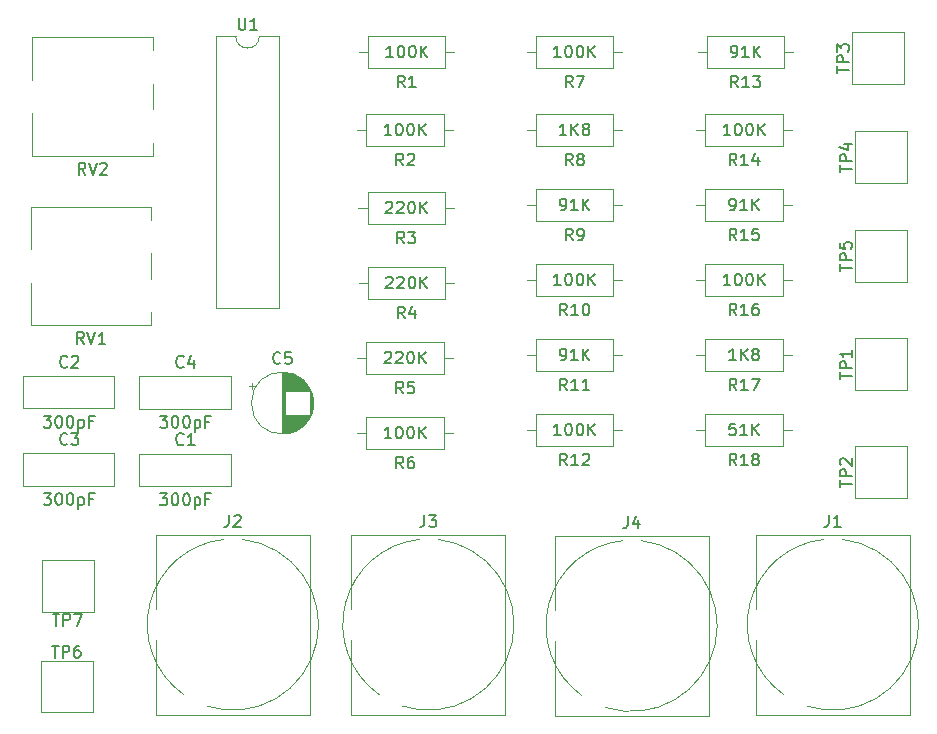
<source format=gto>
%TF.GenerationSoftware,KiCad,Pcbnew,5.1.6*%
%TF.CreationDate,2020-09-27T13:31:50+02:00*%
%TF.ProjectId,AS3320-VCF,41533333-3230-42d5-9643-462e6b696361,rev?*%
%TF.SameCoordinates,Original*%
%TF.FileFunction,Legend,Top*%
%TF.FilePolarity,Positive*%
%FSLAX46Y46*%
G04 Gerber Fmt 4.6, Leading zero omitted, Abs format (unit mm)*
G04 Created by KiCad (PCBNEW 5.1.6) date 2020-09-27 13:31:50*
%MOMM*%
%LPD*%
G01*
G04 APERTURE LIST*
%ADD10C,0.120000*%
%ADD11C,0.150000*%
G04 APERTURE END LIST*
D10*
%TO.C,C5*%
X148214225Y-96065000D02*
X148214225Y-96565000D01*
X147964225Y-96315000D02*
X148464225Y-96315000D01*
X153370000Y-97506000D02*
X153370000Y-98074000D01*
X153330000Y-97272000D02*
X153330000Y-98308000D01*
X153290000Y-97113000D02*
X153290000Y-98467000D01*
X153250000Y-96985000D02*
X153250000Y-98595000D01*
X153210000Y-96875000D02*
X153210000Y-98705000D01*
X153170000Y-96779000D02*
X153170000Y-98801000D01*
X153130000Y-96692000D02*
X153130000Y-98888000D01*
X153090000Y-96612000D02*
X153090000Y-98968000D01*
X153050000Y-98830000D02*
X153050000Y-99041000D01*
X153050000Y-96539000D02*
X153050000Y-96750000D01*
X153010000Y-98830000D02*
X153010000Y-99109000D01*
X153010000Y-96471000D02*
X153010000Y-96750000D01*
X152970000Y-98830000D02*
X152970000Y-99173000D01*
X152970000Y-96407000D02*
X152970000Y-96750000D01*
X152930000Y-98830000D02*
X152930000Y-99233000D01*
X152930000Y-96347000D02*
X152930000Y-96750000D01*
X152890000Y-98830000D02*
X152890000Y-99290000D01*
X152890000Y-96290000D02*
X152890000Y-96750000D01*
X152850000Y-98830000D02*
X152850000Y-99344000D01*
X152850000Y-96236000D02*
X152850000Y-96750000D01*
X152810000Y-98830000D02*
X152810000Y-99395000D01*
X152810000Y-96185000D02*
X152810000Y-96750000D01*
X152770000Y-98830000D02*
X152770000Y-99443000D01*
X152770000Y-96137000D02*
X152770000Y-96750000D01*
X152730000Y-98830000D02*
X152730000Y-99489000D01*
X152730000Y-96091000D02*
X152730000Y-96750000D01*
X152690000Y-98830000D02*
X152690000Y-99533000D01*
X152690000Y-96047000D02*
X152690000Y-96750000D01*
X152650000Y-98830000D02*
X152650000Y-99575000D01*
X152650000Y-96005000D02*
X152650000Y-96750000D01*
X152610000Y-98830000D02*
X152610000Y-99616000D01*
X152610000Y-95964000D02*
X152610000Y-96750000D01*
X152570000Y-98830000D02*
X152570000Y-99654000D01*
X152570000Y-95926000D02*
X152570000Y-96750000D01*
X152530000Y-98830000D02*
X152530000Y-99691000D01*
X152530000Y-95889000D02*
X152530000Y-96750000D01*
X152490000Y-98830000D02*
X152490000Y-99727000D01*
X152490000Y-95853000D02*
X152490000Y-96750000D01*
X152450000Y-98830000D02*
X152450000Y-99761000D01*
X152450000Y-95819000D02*
X152450000Y-96750000D01*
X152410000Y-98830000D02*
X152410000Y-99794000D01*
X152410000Y-95786000D02*
X152410000Y-96750000D01*
X152370000Y-98830000D02*
X152370000Y-99825000D01*
X152370000Y-95755000D02*
X152370000Y-96750000D01*
X152330000Y-98830000D02*
X152330000Y-99855000D01*
X152330000Y-95725000D02*
X152330000Y-96750000D01*
X152290000Y-98830000D02*
X152290000Y-99885000D01*
X152290000Y-95695000D02*
X152290000Y-96750000D01*
X152250000Y-98830000D02*
X152250000Y-99912000D01*
X152250000Y-95668000D02*
X152250000Y-96750000D01*
X152210000Y-98830000D02*
X152210000Y-99939000D01*
X152210000Y-95641000D02*
X152210000Y-96750000D01*
X152170000Y-98830000D02*
X152170000Y-99965000D01*
X152170000Y-95615000D02*
X152170000Y-96750000D01*
X152130000Y-98830000D02*
X152130000Y-99990000D01*
X152130000Y-95590000D02*
X152130000Y-96750000D01*
X152090000Y-98830000D02*
X152090000Y-100014000D01*
X152090000Y-95566000D02*
X152090000Y-96750000D01*
X152050000Y-98830000D02*
X152050000Y-100037000D01*
X152050000Y-95543000D02*
X152050000Y-96750000D01*
X152010000Y-98830000D02*
X152010000Y-100058000D01*
X152010000Y-95522000D02*
X152010000Y-96750000D01*
X151970000Y-98830000D02*
X151970000Y-100080000D01*
X151970000Y-95500000D02*
X151970000Y-96750000D01*
X151930000Y-98830000D02*
X151930000Y-100100000D01*
X151930000Y-95480000D02*
X151930000Y-96750000D01*
X151890000Y-98830000D02*
X151890000Y-100119000D01*
X151890000Y-95461000D02*
X151890000Y-96750000D01*
X151850000Y-98830000D02*
X151850000Y-100138000D01*
X151850000Y-95442000D02*
X151850000Y-96750000D01*
X151810000Y-98830000D02*
X151810000Y-100155000D01*
X151810000Y-95425000D02*
X151810000Y-96750000D01*
X151770000Y-98830000D02*
X151770000Y-100172000D01*
X151770000Y-95408000D02*
X151770000Y-96750000D01*
X151730000Y-98830000D02*
X151730000Y-100188000D01*
X151730000Y-95392000D02*
X151730000Y-96750000D01*
X151690000Y-98830000D02*
X151690000Y-100204000D01*
X151690000Y-95376000D02*
X151690000Y-96750000D01*
X151650000Y-98830000D02*
X151650000Y-100218000D01*
X151650000Y-95362000D02*
X151650000Y-96750000D01*
X151610000Y-98830000D02*
X151610000Y-100232000D01*
X151610000Y-95348000D02*
X151610000Y-96750000D01*
X151570000Y-98830000D02*
X151570000Y-100245000D01*
X151570000Y-95335000D02*
X151570000Y-96750000D01*
X151530000Y-98830000D02*
X151530000Y-100258000D01*
X151530000Y-95322000D02*
X151530000Y-96750000D01*
X151490000Y-98830000D02*
X151490000Y-100270000D01*
X151490000Y-95310000D02*
X151490000Y-96750000D01*
X151449000Y-98830000D02*
X151449000Y-100281000D01*
X151449000Y-95299000D02*
X151449000Y-96750000D01*
X151409000Y-98830000D02*
X151409000Y-100291000D01*
X151409000Y-95289000D02*
X151409000Y-96750000D01*
X151369000Y-98830000D02*
X151369000Y-100301000D01*
X151369000Y-95279000D02*
X151369000Y-96750000D01*
X151329000Y-98830000D02*
X151329000Y-100310000D01*
X151329000Y-95270000D02*
X151329000Y-96750000D01*
X151289000Y-98830000D02*
X151289000Y-100318000D01*
X151289000Y-95262000D02*
X151289000Y-96750000D01*
X151249000Y-98830000D02*
X151249000Y-100326000D01*
X151249000Y-95254000D02*
X151249000Y-96750000D01*
X151209000Y-98830000D02*
X151209000Y-100333000D01*
X151209000Y-95247000D02*
X151209000Y-96750000D01*
X151169000Y-98830000D02*
X151169000Y-100340000D01*
X151169000Y-95240000D02*
X151169000Y-96750000D01*
X151129000Y-98830000D02*
X151129000Y-100346000D01*
X151129000Y-95234000D02*
X151129000Y-96750000D01*
X151089000Y-98830000D02*
X151089000Y-100351000D01*
X151089000Y-95229000D02*
X151089000Y-96750000D01*
X151049000Y-98830000D02*
X151049000Y-100355000D01*
X151049000Y-95225000D02*
X151049000Y-96750000D01*
X151009000Y-98830000D02*
X151009000Y-100359000D01*
X151009000Y-95221000D02*
X151009000Y-96750000D01*
X150969000Y-95217000D02*
X150969000Y-100363000D01*
X150929000Y-95214000D02*
X150929000Y-100366000D01*
X150889000Y-95212000D02*
X150889000Y-100368000D01*
X150849000Y-95211000D02*
X150849000Y-100369000D01*
X150809000Y-95210000D02*
X150809000Y-100370000D01*
X150769000Y-95210000D02*
X150769000Y-100370000D01*
X153389000Y-97790000D02*
G75*
G03*
X153389000Y-97790000I-2620000J0D01*
G01*
%TO.C,RV1*%
X129453000Y-84768000D02*
X129453000Y-81173000D01*
X129453000Y-91214000D02*
X129453000Y-87618000D01*
X139693000Y-82268000D02*
X139693000Y-81173000D01*
X139693000Y-87267000D02*
X139693000Y-85118000D01*
X139693000Y-91214000D02*
X139693000Y-90119000D01*
X139693000Y-81173000D02*
X129453000Y-81173000D01*
X139693000Y-91214000D02*
X129453000Y-91214000D01*
%TO.C,RV2*%
X129580000Y-70417000D02*
X129580000Y-66822000D01*
X129580000Y-76863000D02*
X129580000Y-73267000D01*
X139820000Y-67917000D02*
X139820000Y-66822000D01*
X139820000Y-72916000D02*
X139820000Y-70767000D01*
X139820000Y-76863000D02*
X139820000Y-75768000D01*
X139820000Y-66822000D02*
X129580000Y-66822000D01*
X139820000Y-76863000D02*
X129580000Y-76863000D01*
%TO.C,U1*%
X150478000Y-66742000D02*
X148828000Y-66742000D01*
X150478000Y-89722000D02*
X150478000Y-66742000D01*
X145178000Y-89722000D02*
X150478000Y-89722000D01*
X145178000Y-66742000D02*
X145178000Y-89722000D01*
X146828000Y-66742000D02*
X145178000Y-66742000D01*
X148828000Y-66742000D02*
G75*
G02*
X146828000Y-66742000I-1000000J0D01*
G01*
%TO.C,J2*%
X140066000Y-117846000D02*
X140066000Y-124166000D01*
X140066000Y-108926000D02*
X140066000Y-115246000D01*
X140066000Y-108926000D02*
X153106000Y-108926000D01*
X153106000Y-108926000D02*
X153106000Y-124166000D01*
X140066000Y-124166000D02*
X153106000Y-124166000D01*
X147427090Y-109343177D02*
G75*
G02*
X144386000Y-123456000I-841090J-7202823D01*
G01*
X142421847Y-122479500D02*
G75*
G02*
X145836000Y-109336000I4164153J5933500D01*
G01*
%TO.C,J3*%
X156616000Y-117846000D02*
X156616000Y-124166000D01*
X156616000Y-108926000D02*
X156616000Y-115246000D01*
X156616000Y-108926000D02*
X169656000Y-108926000D01*
X169656000Y-108926000D02*
X169656000Y-124166000D01*
X156616000Y-124166000D02*
X169656000Y-124166000D01*
X163977090Y-109343177D02*
G75*
G02*
X160936000Y-123456000I-841090J-7202823D01*
G01*
X158971847Y-122479500D02*
G75*
G02*
X162386000Y-109336000I4164153J5933500D01*
G01*
%TO.C,J1*%
X190866000Y-117846000D02*
X190866000Y-124166000D01*
X190866000Y-108926000D02*
X190866000Y-115246000D01*
X190866000Y-108926000D02*
X203906000Y-108926000D01*
X203906000Y-108926000D02*
X203906000Y-124166000D01*
X190866000Y-124166000D02*
X203906000Y-124166000D01*
X198227090Y-109343177D02*
G75*
G02*
X195186000Y-123456000I-841090J-7202823D01*
G01*
X193221847Y-122479500D02*
G75*
G02*
X196636000Y-109336000I4164153J5933500D01*
G01*
%TO.C,C1*%
X146404000Y-102070000D02*
X146404000Y-104810000D01*
X138664000Y-102070000D02*
X138664000Y-104810000D01*
X138664000Y-104810000D02*
X146404000Y-104810000D01*
X138664000Y-102070000D02*
X146404000Y-102070000D01*
%TO.C,C2*%
X136558000Y-95512000D02*
X136558000Y-98252000D01*
X128818000Y-95512000D02*
X128818000Y-98252000D01*
X128818000Y-98252000D02*
X136558000Y-98252000D01*
X128818000Y-95512000D02*
X136558000Y-95512000D01*
%TO.C,C3*%
X128818000Y-102062000D02*
X136558000Y-102062000D01*
X128818000Y-104802000D02*
X136558000Y-104802000D01*
X128818000Y-102062000D02*
X128818000Y-104802000D01*
X136558000Y-102062000D02*
X136558000Y-104802000D01*
%TO.C,C4*%
X138664000Y-95519500D02*
X146404000Y-95519500D01*
X138664000Y-98259500D02*
X146404000Y-98259500D01*
X138664000Y-95519500D02*
X138664000Y-98259500D01*
X146404000Y-95519500D02*
X146404000Y-98259500D01*
%TO.C,R1*%
X158020000Y-66702000D02*
X158020000Y-69442000D01*
X158020000Y-69442000D02*
X164560000Y-69442000D01*
X164560000Y-69442000D02*
X164560000Y-66702000D01*
X164560000Y-66702000D02*
X158020000Y-66702000D01*
X157250000Y-68072000D02*
X158020000Y-68072000D01*
X165330000Y-68072000D02*
X164560000Y-68072000D01*
%TO.C,R2*%
X165203000Y-74676000D02*
X164433000Y-74676000D01*
X157123000Y-74676000D02*
X157893000Y-74676000D01*
X164433000Y-73306000D02*
X157893000Y-73306000D01*
X164433000Y-76046000D02*
X164433000Y-73306000D01*
X157893000Y-76046000D02*
X164433000Y-76046000D01*
X157893000Y-73306000D02*
X157893000Y-76046000D01*
%TO.C,R3*%
X165297000Y-81280000D02*
X164527000Y-81280000D01*
X157217000Y-81280000D02*
X157987000Y-81280000D01*
X164527000Y-79910000D02*
X157987000Y-79910000D01*
X164527000Y-82650000D02*
X164527000Y-79910000D01*
X157987000Y-82650000D02*
X164527000Y-82650000D01*
X157987000Y-79910000D02*
X157987000Y-82650000D01*
%TO.C,R4*%
X165330000Y-87630000D02*
X164560000Y-87630000D01*
X157250000Y-87630000D02*
X158020000Y-87630000D01*
X164560000Y-86260000D02*
X158020000Y-86260000D01*
X164560000Y-89000000D02*
X164560000Y-86260000D01*
X158020000Y-89000000D02*
X164560000Y-89000000D01*
X158020000Y-86260000D02*
X158020000Y-89000000D01*
%TO.C,R5*%
X157893000Y-92610000D02*
X157893000Y-95350000D01*
X157893000Y-95350000D02*
X164433000Y-95350000D01*
X164433000Y-95350000D02*
X164433000Y-92610000D01*
X164433000Y-92610000D02*
X157893000Y-92610000D01*
X157123000Y-93980000D02*
X157893000Y-93980000D01*
X165203000Y-93980000D02*
X164433000Y-93980000D01*
%TO.C,R6*%
X165203000Y-100330000D02*
X164433000Y-100330000D01*
X157123000Y-100330000D02*
X157893000Y-100330000D01*
X164433000Y-98960000D02*
X157893000Y-98960000D01*
X164433000Y-101700000D02*
X164433000Y-98960000D01*
X157893000Y-101700000D02*
X164433000Y-101700000D01*
X157893000Y-98960000D02*
X157893000Y-101700000D01*
%TO.C,R7*%
X172244000Y-66702000D02*
X172244000Y-69442000D01*
X172244000Y-69442000D02*
X178784000Y-69442000D01*
X178784000Y-69442000D02*
X178784000Y-66702000D01*
X178784000Y-66702000D02*
X172244000Y-66702000D01*
X171474000Y-68072000D02*
X172244000Y-68072000D01*
X179554000Y-68072000D02*
X178784000Y-68072000D01*
%TO.C,R8*%
X179554000Y-74676000D02*
X178784000Y-74676000D01*
X171474000Y-74676000D02*
X172244000Y-74676000D01*
X178784000Y-73306000D02*
X172244000Y-73306000D01*
X178784000Y-76046000D02*
X178784000Y-73306000D01*
X172244000Y-76046000D02*
X178784000Y-76046000D01*
X172244000Y-73306000D02*
X172244000Y-76046000D01*
%TO.C,R9*%
X179554000Y-81026000D02*
X178784000Y-81026000D01*
X171474000Y-81026000D02*
X172244000Y-81026000D01*
X178784000Y-79656000D02*
X172244000Y-79656000D01*
X178784000Y-82396000D02*
X178784000Y-79656000D01*
X172244000Y-82396000D02*
X178784000Y-82396000D01*
X172244000Y-79656000D02*
X172244000Y-82396000D01*
%TO.C,R10*%
X172244000Y-86006000D02*
X172244000Y-88746000D01*
X172244000Y-88746000D02*
X178784000Y-88746000D01*
X178784000Y-88746000D02*
X178784000Y-86006000D01*
X178784000Y-86006000D02*
X172244000Y-86006000D01*
X171474000Y-87376000D02*
X172244000Y-87376000D01*
X179554000Y-87376000D02*
X178784000Y-87376000D01*
%TO.C,R11*%
X172244000Y-92356000D02*
X172244000Y-95096000D01*
X172244000Y-95096000D02*
X178784000Y-95096000D01*
X178784000Y-95096000D02*
X178784000Y-92356000D01*
X178784000Y-92356000D02*
X172244000Y-92356000D01*
X171474000Y-93726000D02*
X172244000Y-93726000D01*
X179554000Y-93726000D02*
X178784000Y-93726000D01*
%TO.C,R12*%
X179554000Y-100076000D02*
X178784000Y-100076000D01*
X171474000Y-100076000D02*
X172244000Y-100076000D01*
X178784000Y-98706000D02*
X172244000Y-98706000D01*
X178784000Y-101446000D02*
X178784000Y-98706000D01*
X172244000Y-101446000D02*
X178784000Y-101446000D01*
X172244000Y-98706000D02*
X172244000Y-101446000D01*
%TO.C,R13*%
X186722000Y-66702000D02*
X186722000Y-69442000D01*
X186722000Y-69442000D02*
X193262000Y-69442000D01*
X193262000Y-69442000D02*
X193262000Y-66702000D01*
X193262000Y-66702000D02*
X186722000Y-66702000D01*
X185952000Y-68072000D02*
X186722000Y-68072000D01*
X194032000Y-68072000D02*
X193262000Y-68072000D01*
%TO.C,R14*%
X193905000Y-74676000D02*
X193135000Y-74676000D01*
X185825000Y-74676000D02*
X186595000Y-74676000D01*
X193135000Y-73306000D02*
X186595000Y-73306000D01*
X193135000Y-76046000D02*
X193135000Y-73306000D01*
X186595000Y-76046000D02*
X193135000Y-76046000D01*
X186595000Y-73306000D02*
X186595000Y-76046000D01*
%TO.C,R15*%
X186595000Y-79656000D02*
X186595000Y-82396000D01*
X186595000Y-82396000D02*
X193135000Y-82396000D01*
X193135000Y-82396000D02*
X193135000Y-79656000D01*
X193135000Y-79656000D02*
X186595000Y-79656000D01*
X185825000Y-81026000D02*
X186595000Y-81026000D01*
X193905000Y-81026000D02*
X193135000Y-81026000D01*
%TO.C,R16*%
X193905000Y-87376000D02*
X193135000Y-87376000D01*
X185825000Y-87376000D02*
X186595000Y-87376000D01*
X193135000Y-86006000D02*
X186595000Y-86006000D01*
X193135000Y-88746000D02*
X193135000Y-86006000D01*
X186595000Y-88746000D02*
X193135000Y-88746000D01*
X186595000Y-86006000D02*
X186595000Y-88746000D01*
%TO.C,R17*%
X186595000Y-92356000D02*
X186595000Y-95096000D01*
X186595000Y-95096000D02*
X193135000Y-95096000D01*
X193135000Y-95096000D02*
X193135000Y-92356000D01*
X193135000Y-92356000D02*
X186595000Y-92356000D01*
X185825000Y-93726000D02*
X186595000Y-93726000D01*
X193905000Y-93726000D02*
X193135000Y-93726000D01*
%TO.C,R18*%
X186595000Y-98706000D02*
X186595000Y-101446000D01*
X186595000Y-101446000D02*
X193135000Y-101446000D01*
X193135000Y-101446000D02*
X193135000Y-98706000D01*
X193135000Y-98706000D02*
X186595000Y-98706000D01*
X185825000Y-100076000D02*
X186595000Y-100076000D01*
X193905000Y-100076000D02*
X193135000Y-100076000D01*
%TO.C,TP2*%
X199222000Y-105832000D02*
X199222000Y-101432000D01*
X199222000Y-101432000D02*
X203622000Y-101432000D01*
X203622000Y-101432000D02*
X203622000Y-105832000D01*
X203622000Y-105832000D02*
X199222000Y-105832000D01*
%TO.C,TP3*%
X203368000Y-70780000D02*
X198968000Y-70780000D01*
X203368000Y-66380000D02*
X203368000Y-70780000D01*
X198968000Y-66380000D02*
X203368000Y-66380000D01*
X198968000Y-70780000D02*
X198968000Y-66380000D01*
%TO.C,TP4*%
X199222000Y-79162000D02*
X199222000Y-74762000D01*
X199222000Y-74762000D02*
X203622000Y-74762000D01*
X203622000Y-74762000D02*
X203622000Y-79162000D01*
X203622000Y-79162000D02*
X199222000Y-79162000D01*
%TO.C,TP5*%
X203622000Y-87544000D02*
X199222000Y-87544000D01*
X203622000Y-83144000D02*
X203622000Y-87544000D01*
X199222000Y-83144000D02*
X203622000Y-83144000D01*
X199222000Y-87544000D02*
X199222000Y-83144000D01*
%TO.C,TP6*%
X130324000Y-119593000D02*
X134724000Y-119593000D01*
X134724000Y-119593000D02*
X134724000Y-123993000D01*
X134724000Y-123993000D02*
X130324000Y-123993000D01*
X130324000Y-123993000D02*
X130324000Y-119593000D01*
%TO.C,TP1*%
X199222000Y-96688000D02*
X199222000Y-92288000D01*
X199222000Y-92288000D02*
X203622000Y-92288000D01*
X203622000Y-92288000D02*
X203622000Y-96688000D01*
X203622000Y-96688000D02*
X199222000Y-96688000D01*
%TO.C,J4*%
X173820000Y-124274000D02*
X186860000Y-124274000D01*
X186860000Y-109034000D02*
X186860000Y-124274000D01*
X173820000Y-109034000D02*
X186860000Y-109034000D01*
X173820000Y-109034000D02*
X173820000Y-115354000D01*
X173820000Y-117954000D02*
X173820000Y-124274000D01*
X176175847Y-122587500D02*
G75*
G02*
X179590000Y-109444000I4164153J5933500D01*
G01*
X181181090Y-109451177D02*
G75*
G02*
X178140000Y-123564000I-841090J-7202823D01*
G01*
%TO.C,TP7*%
X134788000Y-115484000D02*
X130388000Y-115484000D01*
X130388000Y-115484000D02*
X130388000Y-111084000D01*
X130388000Y-111084000D02*
X134788000Y-111084000D01*
X134788000Y-111084000D02*
X134788000Y-115484000D01*
%TO.C,C5*%
D11*
X150602333Y-94397142D02*
X150554714Y-94444761D01*
X150411857Y-94492380D01*
X150316619Y-94492380D01*
X150173761Y-94444761D01*
X150078523Y-94349523D01*
X150030904Y-94254285D01*
X149983285Y-94063809D01*
X149983285Y-93920952D01*
X150030904Y-93730476D01*
X150078523Y-93635238D01*
X150173761Y-93540000D01*
X150316619Y-93492380D01*
X150411857Y-93492380D01*
X150554714Y-93540000D01*
X150602333Y-93587619D01*
X151507095Y-93492380D02*
X151030904Y-93492380D01*
X150983285Y-93968571D01*
X151030904Y-93920952D01*
X151126142Y-93873333D01*
X151364238Y-93873333D01*
X151459476Y-93920952D01*
X151507095Y-93968571D01*
X151554714Y-94063809D01*
X151554714Y-94301904D01*
X151507095Y-94397142D01*
X151459476Y-94444761D01*
X151364238Y-94492380D01*
X151126142Y-94492380D01*
X151030904Y-94444761D01*
X150983285Y-94397142D01*
%TO.C,RV1*%
X133977761Y-92795380D02*
X133644428Y-92319190D01*
X133406333Y-92795380D02*
X133406333Y-91795380D01*
X133787285Y-91795380D01*
X133882523Y-91843000D01*
X133930142Y-91890619D01*
X133977761Y-91985857D01*
X133977761Y-92128714D01*
X133930142Y-92223952D01*
X133882523Y-92271571D01*
X133787285Y-92319190D01*
X133406333Y-92319190D01*
X134263476Y-91795380D02*
X134596809Y-92795380D01*
X134930142Y-91795380D01*
X135787285Y-92795380D02*
X135215857Y-92795380D01*
X135501571Y-92795380D02*
X135501571Y-91795380D01*
X135406333Y-91938238D01*
X135311095Y-92033476D01*
X135215857Y-92081095D01*
%TO.C,RV2*%
X134104761Y-78444380D02*
X133771428Y-77968190D01*
X133533333Y-78444380D02*
X133533333Y-77444380D01*
X133914285Y-77444380D01*
X134009523Y-77492000D01*
X134057142Y-77539619D01*
X134104761Y-77634857D01*
X134104761Y-77777714D01*
X134057142Y-77872952D01*
X134009523Y-77920571D01*
X133914285Y-77968190D01*
X133533333Y-77968190D01*
X134390476Y-77444380D02*
X134723809Y-78444380D01*
X135057142Y-77444380D01*
X135342857Y-77539619D02*
X135390476Y-77492000D01*
X135485714Y-77444380D01*
X135723809Y-77444380D01*
X135819047Y-77492000D01*
X135866666Y-77539619D01*
X135914285Y-77634857D01*
X135914285Y-77730095D01*
X135866666Y-77872952D01*
X135295238Y-78444380D01*
X135914285Y-78444380D01*
%TO.C,U1*%
X147066095Y-65194380D02*
X147066095Y-66003904D01*
X147113714Y-66099142D01*
X147161333Y-66146761D01*
X147256571Y-66194380D01*
X147447047Y-66194380D01*
X147542285Y-66146761D01*
X147589904Y-66099142D01*
X147637523Y-66003904D01*
X147637523Y-65194380D01*
X148637523Y-66194380D02*
X148066095Y-66194380D01*
X148351809Y-66194380D02*
X148351809Y-65194380D01*
X148256571Y-65337238D01*
X148161333Y-65432476D01*
X148066095Y-65480095D01*
%TO.C,J2*%
X146252666Y-107278380D02*
X146252666Y-107992666D01*
X146205047Y-108135523D01*
X146109809Y-108230761D01*
X145966952Y-108278380D01*
X145871714Y-108278380D01*
X146681238Y-107373619D02*
X146728857Y-107326000D01*
X146824095Y-107278380D01*
X147062190Y-107278380D01*
X147157428Y-107326000D01*
X147205047Y-107373619D01*
X147252666Y-107468857D01*
X147252666Y-107564095D01*
X147205047Y-107706952D01*
X146633619Y-108278380D01*
X147252666Y-108278380D01*
%TO.C,J3*%
X162802666Y-107278380D02*
X162802666Y-107992666D01*
X162755047Y-108135523D01*
X162659809Y-108230761D01*
X162516952Y-108278380D01*
X162421714Y-108278380D01*
X163183619Y-107278380D02*
X163802666Y-107278380D01*
X163469333Y-107659333D01*
X163612190Y-107659333D01*
X163707428Y-107706952D01*
X163755047Y-107754571D01*
X163802666Y-107849809D01*
X163802666Y-108087904D01*
X163755047Y-108183142D01*
X163707428Y-108230761D01*
X163612190Y-108278380D01*
X163326476Y-108278380D01*
X163231238Y-108230761D01*
X163183619Y-108183142D01*
%TO.C,J1*%
X197052666Y-107278380D02*
X197052666Y-107992666D01*
X197005047Y-108135523D01*
X196909809Y-108230761D01*
X196766952Y-108278380D01*
X196671714Y-108278380D01*
X198052666Y-108278380D02*
X197481238Y-108278380D01*
X197766952Y-108278380D02*
X197766952Y-107278380D01*
X197671714Y-107421238D01*
X197576476Y-107516476D01*
X197481238Y-107564095D01*
%TO.C,C1*%
X140407333Y-105432380D02*
X141026380Y-105432380D01*
X140693047Y-105813333D01*
X140835904Y-105813333D01*
X140931142Y-105860952D01*
X140978761Y-105908571D01*
X141026380Y-106003809D01*
X141026380Y-106241904D01*
X140978761Y-106337142D01*
X140931142Y-106384761D01*
X140835904Y-106432380D01*
X140550190Y-106432380D01*
X140454952Y-106384761D01*
X140407333Y-106337142D01*
X141645428Y-105432380D02*
X141740666Y-105432380D01*
X141835904Y-105480000D01*
X141883523Y-105527619D01*
X141931142Y-105622857D01*
X141978761Y-105813333D01*
X141978761Y-106051428D01*
X141931142Y-106241904D01*
X141883523Y-106337142D01*
X141835904Y-106384761D01*
X141740666Y-106432380D01*
X141645428Y-106432380D01*
X141550190Y-106384761D01*
X141502571Y-106337142D01*
X141454952Y-106241904D01*
X141407333Y-106051428D01*
X141407333Y-105813333D01*
X141454952Y-105622857D01*
X141502571Y-105527619D01*
X141550190Y-105480000D01*
X141645428Y-105432380D01*
X142597809Y-105432380D02*
X142693047Y-105432380D01*
X142788285Y-105480000D01*
X142835904Y-105527619D01*
X142883523Y-105622857D01*
X142931142Y-105813333D01*
X142931142Y-106051428D01*
X142883523Y-106241904D01*
X142835904Y-106337142D01*
X142788285Y-106384761D01*
X142693047Y-106432380D01*
X142597809Y-106432380D01*
X142502571Y-106384761D01*
X142454952Y-106337142D01*
X142407333Y-106241904D01*
X142359714Y-106051428D01*
X142359714Y-105813333D01*
X142407333Y-105622857D01*
X142454952Y-105527619D01*
X142502571Y-105480000D01*
X142597809Y-105432380D01*
X143359714Y-105765714D02*
X143359714Y-106765714D01*
X143359714Y-105813333D02*
X143454952Y-105765714D01*
X143645428Y-105765714D01*
X143740666Y-105813333D01*
X143788285Y-105860952D01*
X143835904Y-105956190D01*
X143835904Y-106241904D01*
X143788285Y-106337142D01*
X143740666Y-106384761D01*
X143645428Y-106432380D01*
X143454952Y-106432380D01*
X143359714Y-106384761D01*
X144597809Y-105908571D02*
X144264476Y-105908571D01*
X144264476Y-106432380D02*
X144264476Y-105432380D01*
X144740666Y-105432380D01*
X142407333Y-101257142D02*
X142359714Y-101304761D01*
X142216857Y-101352380D01*
X142121619Y-101352380D01*
X141978761Y-101304761D01*
X141883523Y-101209523D01*
X141835904Y-101114285D01*
X141788285Y-100923809D01*
X141788285Y-100780952D01*
X141835904Y-100590476D01*
X141883523Y-100495238D01*
X141978761Y-100400000D01*
X142121619Y-100352380D01*
X142216857Y-100352380D01*
X142359714Y-100400000D01*
X142407333Y-100447619D01*
X143359714Y-101352380D02*
X142788285Y-101352380D01*
X143074000Y-101352380D02*
X143074000Y-100352380D01*
X142978761Y-100495238D01*
X142883523Y-100590476D01*
X142788285Y-100638095D01*
%TO.C,C2*%
X130561333Y-98874380D02*
X131180380Y-98874380D01*
X130847047Y-99255333D01*
X130989904Y-99255333D01*
X131085142Y-99302952D01*
X131132761Y-99350571D01*
X131180380Y-99445809D01*
X131180380Y-99683904D01*
X131132761Y-99779142D01*
X131085142Y-99826761D01*
X130989904Y-99874380D01*
X130704190Y-99874380D01*
X130608952Y-99826761D01*
X130561333Y-99779142D01*
X131799428Y-98874380D02*
X131894666Y-98874380D01*
X131989904Y-98922000D01*
X132037523Y-98969619D01*
X132085142Y-99064857D01*
X132132761Y-99255333D01*
X132132761Y-99493428D01*
X132085142Y-99683904D01*
X132037523Y-99779142D01*
X131989904Y-99826761D01*
X131894666Y-99874380D01*
X131799428Y-99874380D01*
X131704190Y-99826761D01*
X131656571Y-99779142D01*
X131608952Y-99683904D01*
X131561333Y-99493428D01*
X131561333Y-99255333D01*
X131608952Y-99064857D01*
X131656571Y-98969619D01*
X131704190Y-98922000D01*
X131799428Y-98874380D01*
X132751809Y-98874380D02*
X132847047Y-98874380D01*
X132942285Y-98922000D01*
X132989904Y-98969619D01*
X133037523Y-99064857D01*
X133085142Y-99255333D01*
X133085142Y-99493428D01*
X133037523Y-99683904D01*
X132989904Y-99779142D01*
X132942285Y-99826761D01*
X132847047Y-99874380D01*
X132751809Y-99874380D01*
X132656571Y-99826761D01*
X132608952Y-99779142D01*
X132561333Y-99683904D01*
X132513714Y-99493428D01*
X132513714Y-99255333D01*
X132561333Y-99064857D01*
X132608952Y-98969619D01*
X132656571Y-98922000D01*
X132751809Y-98874380D01*
X133513714Y-99207714D02*
X133513714Y-100207714D01*
X133513714Y-99255333D02*
X133608952Y-99207714D01*
X133799428Y-99207714D01*
X133894666Y-99255333D01*
X133942285Y-99302952D01*
X133989904Y-99398190D01*
X133989904Y-99683904D01*
X133942285Y-99779142D01*
X133894666Y-99826761D01*
X133799428Y-99874380D01*
X133608952Y-99874380D01*
X133513714Y-99826761D01*
X134751809Y-99350571D02*
X134418476Y-99350571D01*
X134418476Y-99874380D02*
X134418476Y-98874380D01*
X134894666Y-98874380D01*
X132561333Y-94699142D02*
X132513714Y-94746761D01*
X132370857Y-94794380D01*
X132275619Y-94794380D01*
X132132761Y-94746761D01*
X132037523Y-94651523D01*
X131989904Y-94556285D01*
X131942285Y-94365809D01*
X131942285Y-94222952D01*
X131989904Y-94032476D01*
X132037523Y-93937238D01*
X132132761Y-93842000D01*
X132275619Y-93794380D01*
X132370857Y-93794380D01*
X132513714Y-93842000D01*
X132561333Y-93889619D01*
X132942285Y-93889619D02*
X132989904Y-93842000D01*
X133085142Y-93794380D01*
X133323238Y-93794380D01*
X133418476Y-93842000D01*
X133466095Y-93889619D01*
X133513714Y-93984857D01*
X133513714Y-94080095D01*
X133466095Y-94222952D01*
X132894666Y-94794380D01*
X133513714Y-94794380D01*
%TO.C,C3*%
X130561333Y-105424380D02*
X131180380Y-105424380D01*
X130847047Y-105805333D01*
X130989904Y-105805333D01*
X131085142Y-105852952D01*
X131132761Y-105900571D01*
X131180380Y-105995809D01*
X131180380Y-106233904D01*
X131132761Y-106329142D01*
X131085142Y-106376761D01*
X130989904Y-106424380D01*
X130704190Y-106424380D01*
X130608952Y-106376761D01*
X130561333Y-106329142D01*
X131799428Y-105424380D02*
X131894666Y-105424380D01*
X131989904Y-105472000D01*
X132037523Y-105519619D01*
X132085142Y-105614857D01*
X132132761Y-105805333D01*
X132132761Y-106043428D01*
X132085142Y-106233904D01*
X132037523Y-106329142D01*
X131989904Y-106376761D01*
X131894666Y-106424380D01*
X131799428Y-106424380D01*
X131704190Y-106376761D01*
X131656571Y-106329142D01*
X131608952Y-106233904D01*
X131561333Y-106043428D01*
X131561333Y-105805333D01*
X131608952Y-105614857D01*
X131656571Y-105519619D01*
X131704190Y-105472000D01*
X131799428Y-105424380D01*
X132751809Y-105424380D02*
X132847047Y-105424380D01*
X132942285Y-105472000D01*
X132989904Y-105519619D01*
X133037523Y-105614857D01*
X133085142Y-105805333D01*
X133085142Y-106043428D01*
X133037523Y-106233904D01*
X132989904Y-106329142D01*
X132942285Y-106376761D01*
X132847047Y-106424380D01*
X132751809Y-106424380D01*
X132656571Y-106376761D01*
X132608952Y-106329142D01*
X132561333Y-106233904D01*
X132513714Y-106043428D01*
X132513714Y-105805333D01*
X132561333Y-105614857D01*
X132608952Y-105519619D01*
X132656571Y-105472000D01*
X132751809Y-105424380D01*
X133513714Y-105757714D02*
X133513714Y-106757714D01*
X133513714Y-105805333D02*
X133608952Y-105757714D01*
X133799428Y-105757714D01*
X133894666Y-105805333D01*
X133942285Y-105852952D01*
X133989904Y-105948190D01*
X133989904Y-106233904D01*
X133942285Y-106329142D01*
X133894666Y-106376761D01*
X133799428Y-106424380D01*
X133608952Y-106424380D01*
X133513714Y-106376761D01*
X134751809Y-105900571D02*
X134418476Y-105900571D01*
X134418476Y-106424380D02*
X134418476Y-105424380D01*
X134894666Y-105424380D01*
X132561333Y-101249142D02*
X132513714Y-101296761D01*
X132370857Y-101344380D01*
X132275619Y-101344380D01*
X132132761Y-101296761D01*
X132037523Y-101201523D01*
X131989904Y-101106285D01*
X131942285Y-100915809D01*
X131942285Y-100772952D01*
X131989904Y-100582476D01*
X132037523Y-100487238D01*
X132132761Y-100392000D01*
X132275619Y-100344380D01*
X132370857Y-100344380D01*
X132513714Y-100392000D01*
X132561333Y-100439619D01*
X132894666Y-100344380D02*
X133513714Y-100344380D01*
X133180380Y-100725333D01*
X133323238Y-100725333D01*
X133418476Y-100772952D01*
X133466095Y-100820571D01*
X133513714Y-100915809D01*
X133513714Y-101153904D01*
X133466095Y-101249142D01*
X133418476Y-101296761D01*
X133323238Y-101344380D01*
X133037523Y-101344380D01*
X132942285Y-101296761D01*
X132894666Y-101249142D01*
%TO.C,C4*%
X140407333Y-98881880D02*
X141026380Y-98881880D01*
X140693047Y-99262833D01*
X140835904Y-99262833D01*
X140931142Y-99310452D01*
X140978761Y-99358071D01*
X141026380Y-99453309D01*
X141026380Y-99691404D01*
X140978761Y-99786642D01*
X140931142Y-99834261D01*
X140835904Y-99881880D01*
X140550190Y-99881880D01*
X140454952Y-99834261D01*
X140407333Y-99786642D01*
X141645428Y-98881880D02*
X141740666Y-98881880D01*
X141835904Y-98929500D01*
X141883523Y-98977119D01*
X141931142Y-99072357D01*
X141978761Y-99262833D01*
X141978761Y-99500928D01*
X141931142Y-99691404D01*
X141883523Y-99786642D01*
X141835904Y-99834261D01*
X141740666Y-99881880D01*
X141645428Y-99881880D01*
X141550190Y-99834261D01*
X141502571Y-99786642D01*
X141454952Y-99691404D01*
X141407333Y-99500928D01*
X141407333Y-99262833D01*
X141454952Y-99072357D01*
X141502571Y-98977119D01*
X141550190Y-98929500D01*
X141645428Y-98881880D01*
X142597809Y-98881880D02*
X142693047Y-98881880D01*
X142788285Y-98929500D01*
X142835904Y-98977119D01*
X142883523Y-99072357D01*
X142931142Y-99262833D01*
X142931142Y-99500928D01*
X142883523Y-99691404D01*
X142835904Y-99786642D01*
X142788285Y-99834261D01*
X142693047Y-99881880D01*
X142597809Y-99881880D01*
X142502571Y-99834261D01*
X142454952Y-99786642D01*
X142407333Y-99691404D01*
X142359714Y-99500928D01*
X142359714Y-99262833D01*
X142407333Y-99072357D01*
X142454952Y-98977119D01*
X142502571Y-98929500D01*
X142597809Y-98881880D01*
X143359714Y-99215214D02*
X143359714Y-100215214D01*
X143359714Y-99262833D02*
X143454952Y-99215214D01*
X143645428Y-99215214D01*
X143740666Y-99262833D01*
X143788285Y-99310452D01*
X143835904Y-99405690D01*
X143835904Y-99691404D01*
X143788285Y-99786642D01*
X143740666Y-99834261D01*
X143645428Y-99881880D01*
X143454952Y-99881880D01*
X143359714Y-99834261D01*
X144597809Y-99358071D02*
X144264476Y-99358071D01*
X144264476Y-99881880D02*
X144264476Y-98881880D01*
X144740666Y-98881880D01*
X142407333Y-94706642D02*
X142359714Y-94754261D01*
X142216857Y-94801880D01*
X142121619Y-94801880D01*
X141978761Y-94754261D01*
X141883523Y-94659023D01*
X141835904Y-94563785D01*
X141788285Y-94373309D01*
X141788285Y-94230452D01*
X141835904Y-94039976D01*
X141883523Y-93944738D01*
X141978761Y-93849500D01*
X142121619Y-93801880D01*
X142216857Y-93801880D01*
X142359714Y-93849500D01*
X142407333Y-93897119D01*
X143264476Y-94135214D02*
X143264476Y-94801880D01*
X143026380Y-93754261D02*
X142788285Y-94468547D01*
X143407333Y-94468547D01*
%TO.C,R1*%
X160156333Y-68524380D02*
X159584904Y-68524380D01*
X159870619Y-68524380D02*
X159870619Y-67524380D01*
X159775380Y-67667238D01*
X159680142Y-67762476D01*
X159584904Y-67810095D01*
X160775380Y-67524380D02*
X160870619Y-67524380D01*
X160965857Y-67572000D01*
X161013476Y-67619619D01*
X161061095Y-67714857D01*
X161108714Y-67905333D01*
X161108714Y-68143428D01*
X161061095Y-68333904D01*
X161013476Y-68429142D01*
X160965857Y-68476761D01*
X160870619Y-68524380D01*
X160775380Y-68524380D01*
X160680142Y-68476761D01*
X160632523Y-68429142D01*
X160584904Y-68333904D01*
X160537285Y-68143428D01*
X160537285Y-67905333D01*
X160584904Y-67714857D01*
X160632523Y-67619619D01*
X160680142Y-67572000D01*
X160775380Y-67524380D01*
X161727761Y-67524380D02*
X161823000Y-67524380D01*
X161918238Y-67572000D01*
X161965857Y-67619619D01*
X162013476Y-67714857D01*
X162061095Y-67905333D01*
X162061095Y-68143428D01*
X162013476Y-68333904D01*
X161965857Y-68429142D01*
X161918238Y-68476761D01*
X161823000Y-68524380D01*
X161727761Y-68524380D01*
X161632523Y-68476761D01*
X161584904Y-68429142D01*
X161537285Y-68333904D01*
X161489666Y-68143428D01*
X161489666Y-67905333D01*
X161537285Y-67714857D01*
X161584904Y-67619619D01*
X161632523Y-67572000D01*
X161727761Y-67524380D01*
X162489666Y-68524380D02*
X162489666Y-67524380D01*
X163061095Y-68524380D02*
X162632523Y-67952952D01*
X163061095Y-67524380D02*
X162489666Y-68095809D01*
X161123333Y-71064380D02*
X160790000Y-70588190D01*
X160551904Y-71064380D02*
X160551904Y-70064380D01*
X160932857Y-70064380D01*
X161028095Y-70112000D01*
X161075714Y-70159619D01*
X161123333Y-70254857D01*
X161123333Y-70397714D01*
X161075714Y-70492952D01*
X161028095Y-70540571D01*
X160932857Y-70588190D01*
X160551904Y-70588190D01*
X162075714Y-71064380D02*
X161504285Y-71064380D01*
X161790000Y-71064380D02*
X161790000Y-70064380D01*
X161694761Y-70207238D01*
X161599523Y-70302476D01*
X161504285Y-70350095D01*
%TO.C,R2*%
X159996333Y-75128380D02*
X159424904Y-75128380D01*
X159710619Y-75128380D02*
X159710619Y-74128380D01*
X159615380Y-74271238D01*
X159520142Y-74366476D01*
X159424904Y-74414095D01*
X160615380Y-74128380D02*
X160710619Y-74128380D01*
X160805857Y-74176000D01*
X160853476Y-74223619D01*
X160901095Y-74318857D01*
X160948714Y-74509333D01*
X160948714Y-74747428D01*
X160901095Y-74937904D01*
X160853476Y-75033142D01*
X160805857Y-75080761D01*
X160710619Y-75128380D01*
X160615380Y-75128380D01*
X160520142Y-75080761D01*
X160472523Y-75033142D01*
X160424904Y-74937904D01*
X160377285Y-74747428D01*
X160377285Y-74509333D01*
X160424904Y-74318857D01*
X160472523Y-74223619D01*
X160520142Y-74176000D01*
X160615380Y-74128380D01*
X161567761Y-74128380D02*
X161663000Y-74128380D01*
X161758238Y-74176000D01*
X161805857Y-74223619D01*
X161853476Y-74318857D01*
X161901095Y-74509333D01*
X161901095Y-74747428D01*
X161853476Y-74937904D01*
X161805857Y-75033142D01*
X161758238Y-75080761D01*
X161663000Y-75128380D01*
X161567761Y-75128380D01*
X161472523Y-75080761D01*
X161424904Y-75033142D01*
X161377285Y-74937904D01*
X161329666Y-74747428D01*
X161329666Y-74509333D01*
X161377285Y-74318857D01*
X161424904Y-74223619D01*
X161472523Y-74176000D01*
X161567761Y-74128380D01*
X162329666Y-75128380D02*
X162329666Y-74128380D01*
X162901095Y-75128380D02*
X162472523Y-74556952D01*
X162901095Y-74128380D02*
X162329666Y-74699809D01*
X160996333Y-77668380D02*
X160663000Y-77192190D01*
X160424904Y-77668380D02*
X160424904Y-76668380D01*
X160805857Y-76668380D01*
X160901095Y-76716000D01*
X160948714Y-76763619D01*
X160996333Y-76858857D01*
X160996333Y-77001714D01*
X160948714Y-77096952D01*
X160901095Y-77144571D01*
X160805857Y-77192190D01*
X160424904Y-77192190D01*
X161377285Y-76763619D02*
X161424904Y-76716000D01*
X161520142Y-76668380D01*
X161758238Y-76668380D01*
X161853476Y-76716000D01*
X161901095Y-76763619D01*
X161948714Y-76858857D01*
X161948714Y-76954095D01*
X161901095Y-77096952D01*
X161329666Y-77668380D01*
X161948714Y-77668380D01*
%TO.C,R3*%
X159518904Y-80827619D02*
X159566523Y-80780000D01*
X159661761Y-80732380D01*
X159899857Y-80732380D01*
X159995095Y-80780000D01*
X160042714Y-80827619D01*
X160090333Y-80922857D01*
X160090333Y-81018095D01*
X160042714Y-81160952D01*
X159471285Y-81732380D01*
X160090333Y-81732380D01*
X160471285Y-80827619D02*
X160518904Y-80780000D01*
X160614142Y-80732380D01*
X160852238Y-80732380D01*
X160947476Y-80780000D01*
X160995095Y-80827619D01*
X161042714Y-80922857D01*
X161042714Y-81018095D01*
X160995095Y-81160952D01*
X160423666Y-81732380D01*
X161042714Y-81732380D01*
X161661761Y-80732380D02*
X161757000Y-80732380D01*
X161852238Y-80780000D01*
X161899857Y-80827619D01*
X161947476Y-80922857D01*
X161995095Y-81113333D01*
X161995095Y-81351428D01*
X161947476Y-81541904D01*
X161899857Y-81637142D01*
X161852238Y-81684761D01*
X161757000Y-81732380D01*
X161661761Y-81732380D01*
X161566523Y-81684761D01*
X161518904Y-81637142D01*
X161471285Y-81541904D01*
X161423666Y-81351428D01*
X161423666Y-81113333D01*
X161471285Y-80922857D01*
X161518904Y-80827619D01*
X161566523Y-80780000D01*
X161661761Y-80732380D01*
X162423666Y-81732380D02*
X162423666Y-80732380D01*
X162995095Y-81732380D02*
X162566523Y-81160952D01*
X162995095Y-80732380D02*
X162423666Y-81303809D01*
X161090333Y-84272380D02*
X160757000Y-83796190D01*
X160518904Y-84272380D02*
X160518904Y-83272380D01*
X160899857Y-83272380D01*
X160995095Y-83320000D01*
X161042714Y-83367619D01*
X161090333Y-83462857D01*
X161090333Y-83605714D01*
X161042714Y-83700952D01*
X160995095Y-83748571D01*
X160899857Y-83796190D01*
X160518904Y-83796190D01*
X161423666Y-83272380D02*
X162042714Y-83272380D01*
X161709380Y-83653333D01*
X161852238Y-83653333D01*
X161947476Y-83700952D01*
X161995095Y-83748571D01*
X162042714Y-83843809D01*
X162042714Y-84081904D01*
X161995095Y-84177142D01*
X161947476Y-84224761D01*
X161852238Y-84272380D01*
X161566523Y-84272380D01*
X161471285Y-84224761D01*
X161423666Y-84177142D01*
%TO.C,R4*%
X159551904Y-87177619D02*
X159599523Y-87130000D01*
X159694761Y-87082380D01*
X159932857Y-87082380D01*
X160028095Y-87130000D01*
X160075714Y-87177619D01*
X160123333Y-87272857D01*
X160123333Y-87368095D01*
X160075714Y-87510952D01*
X159504285Y-88082380D01*
X160123333Y-88082380D01*
X160504285Y-87177619D02*
X160551904Y-87130000D01*
X160647142Y-87082380D01*
X160885238Y-87082380D01*
X160980476Y-87130000D01*
X161028095Y-87177619D01*
X161075714Y-87272857D01*
X161075714Y-87368095D01*
X161028095Y-87510952D01*
X160456666Y-88082380D01*
X161075714Y-88082380D01*
X161694761Y-87082380D02*
X161790000Y-87082380D01*
X161885238Y-87130000D01*
X161932857Y-87177619D01*
X161980476Y-87272857D01*
X162028095Y-87463333D01*
X162028095Y-87701428D01*
X161980476Y-87891904D01*
X161932857Y-87987142D01*
X161885238Y-88034761D01*
X161790000Y-88082380D01*
X161694761Y-88082380D01*
X161599523Y-88034761D01*
X161551904Y-87987142D01*
X161504285Y-87891904D01*
X161456666Y-87701428D01*
X161456666Y-87463333D01*
X161504285Y-87272857D01*
X161551904Y-87177619D01*
X161599523Y-87130000D01*
X161694761Y-87082380D01*
X162456666Y-88082380D02*
X162456666Y-87082380D01*
X163028095Y-88082380D02*
X162599523Y-87510952D01*
X163028095Y-87082380D02*
X162456666Y-87653809D01*
X161123333Y-90622380D02*
X160790000Y-90146190D01*
X160551904Y-90622380D02*
X160551904Y-89622380D01*
X160932857Y-89622380D01*
X161028095Y-89670000D01*
X161075714Y-89717619D01*
X161123333Y-89812857D01*
X161123333Y-89955714D01*
X161075714Y-90050952D01*
X161028095Y-90098571D01*
X160932857Y-90146190D01*
X160551904Y-90146190D01*
X161980476Y-89955714D02*
X161980476Y-90622380D01*
X161742380Y-89574761D02*
X161504285Y-90289047D01*
X162123333Y-90289047D01*
%TO.C,R5*%
X159424904Y-93527619D02*
X159472523Y-93480000D01*
X159567761Y-93432380D01*
X159805857Y-93432380D01*
X159901095Y-93480000D01*
X159948714Y-93527619D01*
X159996333Y-93622857D01*
X159996333Y-93718095D01*
X159948714Y-93860952D01*
X159377285Y-94432380D01*
X159996333Y-94432380D01*
X160377285Y-93527619D02*
X160424904Y-93480000D01*
X160520142Y-93432380D01*
X160758238Y-93432380D01*
X160853476Y-93480000D01*
X160901095Y-93527619D01*
X160948714Y-93622857D01*
X160948714Y-93718095D01*
X160901095Y-93860952D01*
X160329666Y-94432380D01*
X160948714Y-94432380D01*
X161567761Y-93432380D02*
X161663000Y-93432380D01*
X161758238Y-93480000D01*
X161805857Y-93527619D01*
X161853476Y-93622857D01*
X161901095Y-93813333D01*
X161901095Y-94051428D01*
X161853476Y-94241904D01*
X161805857Y-94337142D01*
X161758238Y-94384761D01*
X161663000Y-94432380D01*
X161567761Y-94432380D01*
X161472523Y-94384761D01*
X161424904Y-94337142D01*
X161377285Y-94241904D01*
X161329666Y-94051428D01*
X161329666Y-93813333D01*
X161377285Y-93622857D01*
X161424904Y-93527619D01*
X161472523Y-93480000D01*
X161567761Y-93432380D01*
X162329666Y-94432380D02*
X162329666Y-93432380D01*
X162901095Y-94432380D02*
X162472523Y-93860952D01*
X162901095Y-93432380D02*
X162329666Y-94003809D01*
X160996333Y-96972380D02*
X160663000Y-96496190D01*
X160424904Y-96972380D02*
X160424904Y-95972380D01*
X160805857Y-95972380D01*
X160901095Y-96020000D01*
X160948714Y-96067619D01*
X160996333Y-96162857D01*
X160996333Y-96305714D01*
X160948714Y-96400952D01*
X160901095Y-96448571D01*
X160805857Y-96496190D01*
X160424904Y-96496190D01*
X161901095Y-95972380D02*
X161424904Y-95972380D01*
X161377285Y-96448571D01*
X161424904Y-96400952D01*
X161520142Y-96353333D01*
X161758238Y-96353333D01*
X161853476Y-96400952D01*
X161901095Y-96448571D01*
X161948714Y-96543809D01*
X161948714Y-96781904D01*
X161901095Y-96877142D01*
X161853476Y-96924761D01*
X161758238Y-96972380D01*
X161520142Y-96972380D01*
X161424904Y-96924761D01*
X161377285Y-96877142D01*
%TO.C,R6*%
X159996333Y-100782380D02*
X159424904Y-100782380D01*
X159710619Y-100782380D02*
X159710619Y-99782380D01*
X159615380Y-99925238D01*
X159520142Y-100020476D01*
X159424904Y-100068095D01*
X160615380Y-99782380D02*
X160710619Y-99782380D01*
X160805857Y-99830000D01*
X160853476Y-99877619D01*
X160901095Y-99972857D01*
X160948714Y-100163333D01*
X160948714Y-100401428D01*
X160901095Y-100591904D01*
X160853476Y-100687142D01*
X160805857Y-100734761D01*
X160710619Y-100782380D01*
X160615380Y-100782380D01*
X160520142Y-100734761D01*
X160472523Y-100687142D01*
X160424904Y-100591904D01*
X160377285Y-100401428D01*
X160377285Y-100163333D01*
X160424904Y-99972857D01*
X160472523Y-99877619D01*
X160520142Y-99830000D01*
X160615380Y-99782380D01*
X161567761Y-99782380D02*
X161663000Y-99782380D01*
X161758238Y-99830000D01*
X161805857Y-99877619D01*
X161853476Y-99972857D01*
X161901095Y-100163333D01*
X161901095Y-100401428D01*
X161853476Y-100591904D01*
X161805857Y-100687142D01*
X161758238Y-100734761D01*
X161663000Y-100782380D01*
X161567761Y-100782380D01*
X161472523Y-100734761D01*
X161424904Y-100687142D01*
X161377285Y-100591904D01*
X161329666Y-100401428D01*
X161329666Y-100163333D01*
X161377285Y-99972857D01*
X161424904Y-99877619D01*
X161472523Y-99830000D01*
X161567761Y-99782380D01*
X162329666Y-100782380D02*
X162329666Y-99782380D01*
X162901095Y-100782380D02*
X162472523Y-100210952D01*
X162901095Y-99782380D02*
X162329666Y-100353809D01*
X160996333Y-103322380D02*
X160663000Y-102846190D01*
X160424904Y-103322380D02*
X160424904Y-102322380D01*
X160805857Y-102322380D01*
X160901095Y-102370000D01*
X160948714Y-102417619D01*
X160996333Y-102512857D01*
X160996333Y-102655714D01*
X160948714Y-102750952D01*
X160901095Y-102798571D01*
X160805857Y-102846190D01*
X160424904Y-102846190D01*
X161853476Y-102322380D02*
X161663000Y-102322380D01*
X161567761Y-102370000D01*
X161520142Y-102417619D01*
X161424904Y-102560476D01*
X161377285Y-102750952D01*
X161377285Y-103131904D01*
X161424904Y-103227142D01*
X161472523Y-103274761D01*
X161567761Y-103322380D01*
X161758238Y-103322380D01*
X161853476Y-103274761D01*
X161901095Y-103227142D01*
X161948714Y-103131904D01*
X161948714Y-102893809D01*
X161901095Y-102798571D01*
X161853476Y-102750952D01*
X161758238Y-102703333D01*
X161567761Y-102703333D01*
X161472523Y-102750952D01*
X161424904Y-102798571D01*
X161377285Y-102893809D01*
%TO.C,R7*%
X174347333Y-68524380D02*
X173775904Y-68524380D01*
X174061619Y-68524380D02*
X174061619Y-67524380D01*
X173966380Y-67667238D01*
X173871142Y-67762476D01*
X173775904Y-67810095D01*
X174966380Y-67524380D02*
X175061619Y-67524380D01*
X175156857Y-67572000D01*
X175204476Y-67619619D01*
X175252095Y-67714857D01*
X175299714Y-67905333D01*
X175299714Y-68143428D01*
X175252095Y-68333904D01*
X175204476Y-68429142D01*
X175156857Y-68476761D01*
X175061619Y-68524380D01*
X174966380Y-68524380D01*
X174871142Y-68476761D01*
X174823523Y-68429142D01*
X174775904Y-68333904D01*
X174728285Y-68143428D01*
X174728285Y-67905333D01*
X174775904Y-67714857D01*
X174823523Y-67619619D01*
X174871142Y-67572000D01*
X174966380Y-67524380D01*
X175918761Y-67524380D02*
X176014000Y-67524380D01*
X176109238Y-67572000D01*
X176156857Y-67619619D01*
X176204476Y-67714857D01*
X176252095Y-67905333D01*
X176252095Y-68143428D01*
X176204476Y-68333904D01*
X176156857Y-68429142D01*
X176109238Y-68476761D01*
X176014000Y-68524380D01*
X175918761Y-68524380D01*
X175823523Y-68476761D01*
X175775904Y-68429142D01*
X175728285Y-68333904D01*
X175680666Y-68143428D01*
X175680666Y-67905333D01*
X175728285Y-67714857D01*
X175775904Y-67619619D01*
X175823523Y-67572000D01*
X175918761Y-67524380D01*
X176680666Y-68524380D02*
X176680666Y-67524380D01*
X177252095Y-68524380D02*
X176823523Y-67952952D01*
X177252095Y-67524380D02*
X176680666Y-68095809D01*
X175347333Y-71064380D02*
X175014000Y-70588190D01*
X174775904Y-71064380D02*
X174775904Y-70064380D01*
X175156857Y-70064380D01*
X175252095Y-70112000D01*
X175299714Y-70159619D01*
X175347333Y-70254857D01*
X175347333Y-70397714D01*
X175299714Y-70492952D01*
X175252095Y-70540571D01*
X175156857Y-70588190D01*
X174775904Y-70588190D01*
X175680666Y-70064380D02*
X176347333Y-70064380D01*
X175918761Y-71064380D01*
%TO.C,R8*%
X174823523Y-75128380D02*
X174252095Y-75128380D01*
X174537809Y-75128380D02*
X174537809Y-74128380D01*
X174442571Y-74271238D01*
X174347333Y-74366476D01*
X174252095Y-74414095D01*
X175252095Y-75128380D02*
X175252095Y-74128380D01*
X175823523Y-75128380D02*
X175394952Y-74556952D01*
X175823523Y-74128380D02*
X175252095Y-74699809D01*
X176394952Y-74556952D02*
X176299714Y-74509333D01*
X176252095Y-74461714D01*
X176204476Y-74366476D01*
X176204476Y-74318857D01*
X176252095Y-74223619D01*
X176299714Y-74176000D01*
X176394952Y-74128380D01*
X176585428Y-74128380D01*
X176680666Y-74176000D01*
X176728285Y-74223619D01*
X176775904Y-74318857D01*
X176775904Y-74366476D01*
X176728285Y-74461714D01*
X176680666Y-74509333D01*
X176585428Y-74556952D01*
X176394952Y-74556952D01*
X176299714Y-74604571D01*
X176252095Y-74652190D01*
X176204476Y-74747428D01*
X176204476Y-74937904D01*
X176252095Y-75033142D01*
X176299714Y-75080761D01*
X176394952Y-75128380D01*
X176585428Y-75128380D01*
X176680666Y-75080761D01*
X176728285Y-75033142D01*
X176775904Y-74937904D01*
X176775904Y-74747428D01*
X176728285Y-74652190D01*
X176680666Y-74604571D01*
X176585428Y-74556952D01*
X175347333Y-77668380D02*
X175014000Y-77192190D01*
X174775904Y-77668380D02*
X174775904Y-76668380D01*
X175156857Y-76668380D01*
X175252095Y-76716000D01*
X175299714Y-76763619D01*
X175347333Y-76858857D01*
X175347333Y-77001714D01*
X175299714Y-77096952D01*
X175252095Y-77144571D01*
X175156857Y-77192190D01*
X174775904Y-77192190D01*
X175918761Y-77096952D02*
X175823523Y-77049333D01*
X175775904Y-77001714D01*
X175728285Y-76906476D01*
X175728285Y-76858857D01*
X175775904Y-76763619D01*
X175823523Y-76716000D01*
X175918761Y-76668380D01*
X176109238Y-76668380D01*
X176204476Y-76716000D01*
X176252095Y-76763619D01*
X176299714Y-76858857D01*
X176299714Y-76906476D01*
X176252095Y-77001714D01*
X176204476Y-77049333D01*
X176109238Y-77096952D01*
X175918761Y-77096952D01*
X175823523Y-77144571D01*
X175775904Y-77192190D01*
X175728285Y-77287428D01*
X175728285Y-77477904D01*
X175775904Y-77573142D01*
X175823523Y-77620761D01*
X175918761Y-77668380D01*
X176109238Y-77668380D01*
X176204476Y-77620761D01*
X176252095Y-77573142D01*
X176299714Y-77477904D01*
X176299714Y-77287428D01*
X176252095Y-77192190D01*
X176204476Y-77144571D01*
X176109238Y-77096952D01*
%TO.C,R9*%
X174347333Y-81478380D02*
X174537809Y-81478380D01*
X174633047Y-81430761D01*
X174680666Y-81383142D01*
X174775904Y-81240285D01*
X174823523Y-81049809D01*
X174823523Y-80668857D01*
X174775904Y-80573619D01*
X174728285Y-80526000D01*
X174633047Y-80478380D01*
X174442571Y-80478380D01*
X174347333Y-80526000D01*
X174299714Y-80573619D01*
X174252095Y-80668857D01*
X174252095Y-80906952D01*
X174299714Y-81002190D01*
X174347333Y-81049809D01*
X174442571Y-81097428D01*
X174633047Y-81097428D01*
X174728285Y-81049809D01*
X174775904Y-81002190D01*
X174823523Y-80906952D01*
X175775904Y-81478380D02*
X175204476Y-81478380D01*
X175490190Y-81478380D02*
X175490190Y-80478380D01*
X175394952Y-80621238D01*
X175299714Y-80716476D01*
X175204476Y-80764095D01*
X176204476Y-81478380D02*
X176204476Y-80478380D01*
X176775904Y-81478380D02*
X176347333Y-80906952D01*
X176775904Y-80478380D02*
X176204476Y-81049809D01*
X175347333Y-84018380D02*
X175014000Y-83542190D01*
X174775904Y-84018380D02*
X174775904Y-83018380D01*
X175156857Y-83018380D01*
X175252095Y-83066000D01*
X175299714Y-83113619D01*
X175347333Y-83208857D01*
X175347333Y-83351714D01*
X175299714Y-83446952D01*
X175252095Y-83494571D01*
X175156857Y-83542190D01*
X174775904Y-83542190D01*
X175823523Y-84018380D02*
X176014000Y-84018380D01*
X176109238Y-83970761D01*
X176156857Y-83923142D01*
X176252095Y-83780285D01*
X176299714Y-83589809D01*
X176299714Y-83208857D01*
X176252095Y-83113619D01*
X176204476Y-83066000D01*
X176109238Y-83018380D01*
X175918761Y-83018380D01*
X175823523Y-83066000D01*
X175775904Y-83113619D01*
X175728285Y-83208857D01*
X175728285Y-83446952D01*
X175775904Y-83542190D01*
X175823523Y-83589809D01*
X175918761Y-83637428D01*
X176109238Y-83637428D01*
X176204476Y-83589809D01*
X176252095Y-83542190D01*
X176299714Y-83446952D01*
%TO.C,R10*%
X174347333Y-87828380D02*
X173775904Y-87828380D01*
X174061619Y-87828380D02*
X174061619Y-86828380D01*
X173966380Y-86971238D01*
X173871142Y-87066476D01*
X173775904Y-87114095D01*
X174966380Y-86828380D02*
X175061619Y-86828380D01*
X175156857Y-86876000D01*
X175204476Y-86923619D01*
X175252095Y-87018857D01*
X175299714Y-87209333D01*
X175299714Y-87447428D01*
X175252095Y-87637904D01*
X175204476Y-87733142D01*
X175156857Y-87780761D01*
X175061619Y-87828380D01*
X174966380Y-87828380D01*
X174871142Y-87780761D01*
X174823523Y-87733142D01*
X174775904Y-87637904D01*
X174728285Y-87447428D01*
X174728285Y-87209333D01*
X174775904Y-87018857D01*
X174823523Y-86923619D01*
X174871142Y-86876000D01*
X174966380Y-86828380D01*
X175918761Y-86828380D02*
X176014000Y-86828380D01*
X176109238Y-86876000D01*
X176156857Y-86923619D01*
X176204476Y-87018857D01*
X176252095Y-87209333D01*
X176252095Y-87447428D01*
X176204476Y-87637904D01*
X176156857Y-87733142D01*
X176109238Y-87780761D01*
X176014000Y-87828380D01*
X175918761Y-87828380D01*
X175823523Y-87780761D01*
X175775904Y-87733142D01*
X175728285Y-87637904D01*
X175680666Y-87447428D01*
X175680666Y-87209333D01*
X175728285Y-87018857D01*
X175775904Y-86923619D01*
X175823523Y-86876000D01*
X175918761Y-86828380D01*
X176680666Y-87828380D02*
X176680666Y-86828380D01*
X177252095Y-87828380D02*
X176823523Y-87256952D01*
X177252095Y-86828380D02*
X176680666Y-87399809D01*
X174871142Y-90368380D02*
X174537809Y-89892190D01*
X174299714Y-90368380D02*
X174299714Y-89368380D01*
X174680666Y-89368380D01*
X174775904Y-89416000D01*
X174823523Y-89463619D01*
X174871142Y-89558857D01*
X174871142Y-89701714D01*
X174823523Y-89796952D01*
X174775904Y-89844571D01*
X174680666Y-89892190D01*
X174299714Y-89892190D01*
X175823523Y-90368380D02*
X175252095Y-90368380D01*
X175537809Y-90368380D02*
X175537809Y-89368380D01*
X175442571Y-89511238D01*
X175347333Y-89606476D01*
X175252095Y-89654095D01*
X176442571Y-89368380D02*
X176537809Y-89368380D01*
X176633047Y-89416000D01*
X176680666Y-89463619D01*
X176728285Y-89558857D01*
X176775904Y-89749333D01*
X176775904Y-89987428D01*
X176728285Y-90177904D01*
X176680666Y-90273142D01*
X176633047Y-90320761D01*
X176537809Y-90368380D01*
X176442571Y-90368380D01*
X176347333Y-90320761D01*
X176299714Y-90273142D01*
X176252095Y-90177904D01*
X176204476Y-89987428D01*
X176204476Y-89749333D01*
X176252095Y-89558857D01*
X176299714Y-89463619D01*
X176347333Y-89416000D01*
X176442571Y-89368380D01*
%TO.C,R11*%
X174347333Y-94178380D02*
X174537809Y-94178380D01*
X174633047Y-94130761D01*
X174680666Y-94083142D01*
X174775904Y-93940285D01*
X174823523Y-93749809D01*
X174823523Y-93368857D01*
X174775904Y-93273619D01*
X174728285Y-93226000D01*
X174633047Y-93178380D01*
X174442571Y-93178380D01*
X174347333Y-93226000D01*
X174299714Y-93273619D01*
X174252095Y-93368857D01*
X174252095Y-93606952D01*
X174299714Y-93702190D01*
X174347333Y-93749809D01*
X174442571Y-93797428D01*
X174633047Y-93797428D01*
X174728285Y-93749809D01*
X174775904Y-93702190D01*
X174823523Y-93606952D01*
X175775904Y-94178380D02*
X175204476Y-94178380D01*
X175490190Y-94178380D02*
X175490190Y-93178380D01*
X175394952Y-93321238D01*
X175299714Y-93416476D01*
X175204476Y-93464095D01*
X176204476Y-94178380D02*
X176204476Y-93178380D01*
X176775904Y-94178380D02*
X176347333Y-93606952D01*
X176775904Y-93178380D02*
X176204476Y-93749809D01*
X174871142Y-96718380D02*
X174537809Y-96242190D01*
X174299714Y-96718380D02*
X174299714Y-95718380D01*
X174680666Y-95718380D01*
X174775904Y-95766000D01*
X174823523Y-95813619D01*
X174871142Y-95908857D01*
X174871142Y-96051714D01*
X174823523Y-96146952D01*
X174775904Y-96194571D01*
X174680666Y-96242190D01*
X174299714Y-96242190D01*
X175823523Y-96718380D02*
X175252095Y-96718380D01*
X175537809Y-96718380D02*
X175537809Y-95718380D01*
X175442571Y-95861238D01*
X175347333Y-95956476D01*
X175252095Y-96004095D01*
X176775904Y-96718380D02*
X176204476Y-96718380D01*
X176490190Y-96718380D02*
X176490190Y-95718380D01*
X176394952Y-95861238D01*
X176299714Y-95956476D01*
X176204476Y-96004095D01*
%TO.C,R12*%
X174347333Y-100528380D02*
X173775904Y-100528380D01*
X174061619Y-100528380D02*
X174061619Y-99528380D01*
X173966380Y-99671238D01*
X173871142Y-99766476D01*
X173775904Y-99814095D01*
X174966380Y-99528380D02*
X175061619Y-99528380D01*
X175156857Y-99576000D01*
X175204476Y-99623619D01*
X175252095Y-99718857D01*
X175299714Y-99909333D01*
X175299714Y-100147428D01*
X175252095Y-100337904D01*
X175204476Y-100433142D01*
X175156857Y-100480761D01*
X175061619Y-100528380D01*
X174966380Y-100528380D01*
X174871142Y-100480761D01*
X174823523Y-100433142D01*
X174775904Y-100337904D01*
X174728285Y-100147428D01*
X174728285Y-99909333D01*
X174775904Y-99718857D01*
X174823523Y-99623619D01*
X174871142Y-99576000D01*
X174966380Y-99528380D01*
X175918761Y-99528380D02*
X176014000Y-99528380D01*
X176109238Y-99576000D01*
X176156857Y-99623619D01*
X176204476Y-99718857D01*
X176252095Y-99909333D01*
X176252095Y-100147428D01*
X176204476Y-100337904D01*
X176156857Y-100433142D01*
X176109238Y-100480761D01*
X176014000Y-100528380D01*
X175918761Y-100528380D01*
X175823523Y-100480761D01*
X175775904Y-100433142D01*
X175728285Y-100337904D01*
X175680666Y-100147428D01*
X175680666Y-99909333D01*
X175728285Y-99718857D01*
X175775904Y-99623619D01*
X175823523Y-99576000D01*
X175918761Y-99528380D01*
X176680666Y-100528380D02*
X176680666Y-99528380D01*
X177252095Y-100528380D02*
X176823523Y-99956952D01*
X177252095Y-99528380D02*
X176680666Y-100099809D01*
X174871142Y-103068380D02*
X174537809Y-102592190D01*
X174299714Y-103068380D02*
X174299714Y-102068380D01*
X174680666Y-102068380D01*
X174775904Y-102116000D01*
X174823523Y-102163619D01*
X174871142Y-102258857D01*
X174871142Y-102401714D01*
X174823523Y-102496952D01*
X174775904Y-102544571D01*
X174680666Y-102592190D01*
X174299714Y-102592190D01*
X175823523Y-103068380D02*
X175252095Y-103068380D01*
X175537809Y-103068380D02*
X175537809Y-102068380D01*
X175442571Y-102211238D01*
X175347333Y-102306476D01*
X175252095Y-102354095D01*
X176204476Y-102163619D02*
X176252095Y-102116000D01*
X176347333Y-102068380D01*
X176585428Y-102068380D01*
X176680666Y-102116000D01*
X176728285Y-102163619D01*
X176775904Y-102258857D01*
X176775904Y-102354095D01*
X176728285Y-102496952D01*
X176156857Y-103068380D01*
X176775904Y-103068380D01*
%TO.C,R13*%
X188825333Y-68524380D02*
X189015809Y-68524380D01*
X189111047Y-68476761D01*
X189158666Y-68429142D01*
X189253904Y-68286285D01*
X189301523Y-68095809D01*
X189301523Y-67714857D01*
X189253904Y-67619619D01*
X189206285Y-67572000D01*
X189111047Y-67524380D01*
X188920571Y-67524380D01*
X188825333Y-67572000D01*
X188777714Y-67619619D01*
X188730095Y-67714857D01*
X188730095Y-67952952D01*
X188777714Y-68048190D01*
X188825333Y-68095809D01*
X188920571Y-68143428D01*
X189111047Y-68143428D01*
X189206285Y-68095809D01*
X189253904Y-68048190D01*
X189301523Y-67952952D01*
X190253904Y-68524380D02*
X189682476Y-68524380D01*
X189968190Y-68524380D02*
X189968190Y-67524380D01*
X189872952Y-67667238D01*
X189777714Y-67762476D01*
X189682476Y-67810095D01*
X190682476Y-68524380D02*
X190682476Y-67524380D01*
X191253904Y-68524380D02*
X190825333Y-67952952D01*
X191253904Y-67524380D02*
X190682476Y-68095809D01*
X189349142Y-71064380D02*
X189015809Y-70588190D01*
X188777714Y-71064380D02*
X188777714Y-70064380D01*
X189158666Y-70064380D01*
X189253904Y-70112000D01*
X189301523Y-70159619D01*
X189349142Y-70254857D01*
X189349142Y-70397714D01*
X189301523Y-70492952D01*
X189253904Y-70540571D01*
X189158666Y-70588190D01*
X188777714Y-70588190D01*
X190301523Y-71064380D02*
X189730095Y-71064380D01*
X190015809Y-71064380D02*
X190015809Y-70064380D01*
X189920571Y-70207238D01*
X189825333Y-70302476D01*
X189730095Y-70350095D01*
X190634857Y-70064380D02*
X191253904Y-70064380D01*
X190920571Y-70445333D01*
X191063428Y-70445333D01*
X191158666Y-70492952D01*
X191206285Y-70540571D01*
X191253904Y-70635809D01*
X191253904Y-70873904D01*
X191206285Y-70969142D01*
X191158666Y-71016761D01*
X191063428Y-71064380D01*
X190777714Y-71064380D01*
X190682476Y-71016761D01*
X190634857Y-70969142D01*
%TO.C,R14*%
X188698333Y-75128380D02*
X188126904Y-75128380D01*
X188412619Y-75128380D02*
X188412619Y-74128380D01*
X188317380Y-74271238D01*
X188222142Y-74366476D01*
X188126904Y-74414095D01*
X189317380Y-74128380D02*
X189412619Y-74128380D01*
X189507857Y-74176000D01*
X189555476Y-74223619D01*
X189603095Y-74318857D01*
X189650714Y-74509333D01*
X189650714Y-74747428D01*
X189603095Y-74937904D01*
X189555476Y-75033142D01*
X189507857Y-75080761D01*
X189412619Y-75128380D01*
X189317380Y-75128380D01*
X189222142Y-75080761D01*
X189174523Y-75033142D01*
X189126904Y-74937904D01*
X189079285Y-74747428D01*
X189079285Y-74509333D01*
X189126904Y-74318857D01*
X189174523Y-74223619D01*
X189222142Y-74176000D01*
X189317380Y-74128380D01*
X190269761Y-74128380D02*
X190365000Y-74128380D01*
X190460238Y-74176000D01*
X190507857Y-74223619D01*
X190555476Y-74318857D01*
X190603095Y-74509333D01*
X190603095Y-74747428D01*
X190555476Y-74937904D01*
X190507857Y-75033142D01*
X190460238Y-75080761D01*
X190365000Y-75128380D01*
X190269761Y-75128380D01*
X190174523Y-75080761D01*
X190126904Y-75033142D01*
X190079285Y-74937904D01*
X190031666Y-74747428D01*
X190031666Y-74509333D01*
X190079285Y-74318857D01*
X190126904Y-74223619D01*
X190174523Y-74176000D01*
X190269761Y-74128380D01*
X191031666Y-75128380D02*
X191031666Y-74128380D01*
X191603095Y-75128380D02*
X191174523Y-74556952D01*
X191603095Y-74128380D02*
X191031666Y-74699809D01*
X189222142Y-77668380D02*
X188888809Y-77192190D01*
X188650714Y-77668380D02*
X188650714Y-76668380D01*
X189031666Y-76668380D01*
X189126904Y-76716000D01*
X189174523Y-76763619D01*
X189222142Y-76858857D01*
X189222142Y-77001714D01*
X189174523Y-77096952D01*
X189126904Y-77144571D01*
X189031666Y-77192190D01*
X188650714Y-77192190D01*
X190174523Y-77668380D02*
X189603095Y-77668380D01*
X189888809Y-77668380D02*
X189888809Y-76668380D01*
X189793571Y-76811238D01*
X189698333Y-76906476D01*
X189603095Y-76954095D01*
X191031666Y-77001714D02*
X191031666Y-77668380D01*
X190793571Y-76620761D02*
X190555476Y-77335047D01*
X191174523Y-77335047D01*
%TO.C,R15*%
X188698333Y-81478380D02*
X188888809Y-81478380D01*
X188984047Y-81430761D01*
X189031666Y-81383142D01*
X189126904Y-81240285D01*
X189174523Y-81049809D01*
X189174523Y-80668857D01*
X189126904Y-80573619D01*
X189079285Y-80526000D01*
X188984047Y-80478380D01*
X188793571Y-80478380D01*
X188698333Y-80526000D01*
X188650714Y-80573619D01*
X188603095Y-80668857D01*
X188603095Y-80906952D01*
X188650714Y-81002190D01*
X188698333Y-81049809D01*
X188793571Y-81097428D01*
X188984047Y-81097428D01*
X189079285Y-81049809D01*
X189126904Y-81002190D01*
X189174523Y-80906952D01*
X190126904Y-81478380D02*
X189555476Y-81478380D01*
X189841190Y-81478380D02*
X189841190Y-80478380D01*
X189745952Y-80621238D01*
X189650714Y-80716476D01*
X189555476Y-80764095D01*
X190555476Y-81478380D02*
X190555476Y-80478380D01*
X191126904Y-81478380D02*
X190698333Y-80906952D01*
X191126904Y-80478380D02*
X190555476Y-81049809D01*
X189222142Y-84018380D02*
X188888809Y-83542190D01*
X188650714Y-84018380D02*
X188650714Y-83018380D01*
X189031666Y-83018380D01*
X189126904Y-83066000D01*
X189174523Y-83113619D01*
X189222142Y-83208857D01*
X189222142Y-83351714D01*
X189174523Y-83446952D01*
X189126904Y-83494571D01*
X189031666Y-83542190D01*
X188650714Y-83542190D01*
X190174523Y-84018380D02*
X189603095Y-84018380D01*
X189888809Y-84018380D02*
X189888809Y-83018380D01*
X189793571Y-83161238D01*
X189698333Y-83256476D01*
X189603095Y-83304095D01*
X191079285Y-83018380D02*
X190603095Y-83018380D01*
X190555476Y-83494571D01*
X190603095Y-83446952D01*
X190698333Y-83399333D01*
X190936428Y-83399333D01*
X191031666Y-83446952D01*
X191079285Y-83494571D01*
X191126904Y-83589809D01*
X191126904Y-83827904D01*
X191079285Y-83923142D01*
X191031666Y-83970761D01*
X190936428Y-84018380D01*
X190698333Y-84018380D01*
X190603095Y-83970761D01*
X190555476Y-83923142D01*
%TO.C,R16*%
X188698333Y-87828380D02*
X188126904Y-87828380D01*
X188412619Y-87828380D02*
X188412619Y-86828380D01*
X188317380Y-86971238D01*
X188222142Y-87066476D01*
X188126904Y-87114095D01*
X189317380Y-86828380D02*
X189412619Y-86828380D01*
X189507857Y-86876000D01*
X189555476Y-86923619D01*
X189603095Y-87018857D01*
X189650714Y-87209333D01*
X189650714Y-87447428D01*
X189603095Y-87637904D01*
X189555476Y-87733142D01*
X189507857Y-87780761D01*
X189412619Y-87828380D01*
X189317380Y-87828380D01*
X189222142Y-87780761D01*
X189174523Y-87733142D01*
X189126904Y-87637904D01*
X189079285Y-87447428D01*
X189079285Y-87209333D01*
X189126904Y-87018857D01*
X189174523Y-86923619D01*
X189222142Y-86876000D01*
X189317380Y-86828380D01*
X190269761Y-86828380D02*
X190365000Y-86828380D01*
X190460238Y-86876000D01*
X190507857Y-86923619D01*
X190555476Y-87018857D01*
X190603095Y-87209333D01*
X190603095Y-87447428D01*
X190555476Y-87637904D01*
X190507857Y-87733142D01*
X190460238Y-87780761D01*
X190365000Y-87828380D01*
X190269761Y-87828380D01*
X190174523Y-87780761D01*
X190126904Y-87733142D01*
X190079285Y-87637904D01*
X190031666Y-87447428D01*
X190031666Y-87209333D01*
X190079285Y-87018857D01*
X190126904Y-86923619D01*
X190174523Y-86876000D01*
X190269761Y-86828380D01*
X191031666Y-87828380D02*
X191031666Y-86828380D01*
X191603095Y-87828380D02*
X191174523Y-87256952D01*
X191603095Y-86828380D02*
X191031666Y-87399809D01*
X189222142Y-90368380D02*
X188888809Y-89892190D01*
X188650714Y-90368380D02*
X188650714Y-89368380D01*
X189031666Y-89368380D01*
X189126904Y-89416000D01*
X189174523Y-89463619D01*
X189222142Y-89558857D01*
X189222142Y-89701714D01*
X189174523Y-89796952D01*
X189126904Y-89844571D01*
X189031666Y-89892190D01*
X188650714Y-89892190D01*
X190174523Y-90368380D02*
X189603095Y-90368380D01*
X189888809Y-90368380D02*
X189888809Y-89368380D01*
X189793571Y-89511238D01*
X189698333Y-89606476D01*
X189603095Y-89654095D01*
X191031666Y-89368380D02*
X190841190Y-89368380D01*
X190745952Y-89416000D01*
X190698333Y-89463619D01*
X190603095Y-89606476D01*
X190555476Y-89796952D01*
X190555476Y-90177904D01*
X190603095Y-90273142D01*
X190650714Y-90320761D01*
X190745952Y-90368380D01*
X190936428Y-90368380D01*
X191031666Y-90320761D01*
X191079285Y-90273142D01*
X191126904Y-90177904D01*
X191126904Y-89939809D01*
X191079285Y-89844571D01*
X191031666Y-89796952D01*
X190936428Y-89749333D01*
X190745952Y-89749333D01*
X190650714Y-89796952D01*
X190603095Y-89844571D01*
X190555476Y-89939809D01*
%TO.C,R17*%
X189174523Y-94178380D02*
X188603095Y-94178380D01*
X188888809Y-94178380D02*
X188888809Y-93178380D01*
X188793571Y-93321238D01*
X188698333Y-93416476D01*
X188603095Y-93464095D01*
X189603095Y-94178380D02*
X189603095Y-93178380D01*
X190174523Y-94178380D02*
X189745952Y-93606952D01*
X190174523Y-93178380D02*
X189603095Y-93749809D01*
X190745952Y-93606952D02*
X190650714Y-93559333D01*
X190603095Y-93511714D01*
X190555476Y-93416476D01*
X190555476Y-93368857D01*
X190603095Y-93273619D01*
X190650714Y-93226000D01*
X190745952Y-93178380D01*
X190936428Y-93178380D01*
X191031666Y-93226000D01*
X191079285Y-93273619D01*
X191126904Y-93368857D01*
X191126904Y-93416476D01*
X191079285Y-93511714D01*
X191031666Y-93559333D01*
X190936428Y-93606952D01*
X190745952Y-93606952D01*
X190650714Y-93654571D01*
X190603095Y-93702190D01*
X190555476Y-93797428D01*
X190555476Y-93987904D01*
X190603095Y-94083142D01*
X190650714Y-94130761D01*
X190745952Y-94178380D01*
X190936428Y-94178380D01*
X191031666Y-94130761D01*
X191079285Y-94083142D01*
X191126904Y-93987904D01*
X191126904Y-93797428D01*
X191079285Y-93702190D01*
X191031666Y-93654571D01*
X190936428Y-93606952D01*
X189222142Y-96718380D02*
X188888809Y-96242190D01*
X188650714Y-96718380D02*
X188650714Y-95718380D01*
X189031666Y-95718380D01*
X189126904Y-95766000D01*
X189174523Y-95813619D01*
X189222142Y-95908857D01*
X189222142Y-96051714D01*
X189174523Y-96146952D01*
X189126904Y-96194571D01*
X189031666Y-96242190D01*
X188650714Y-96242190D01*
X190174523Y-96718380D02*
X189603095Y-96718380D01*
X189888809Y-96718380D02*
X189888809Y-95718380D01*
X189793571Y-95861238D01*
X189698333Y-95956476D01*
X189603095Y-96004095D01*
X190507857Y-95718380D02*
X191174523Y-95718380D01*
X190745952Y-96718380D01*
%TO.C,R18*%
X189126904Y-99528380D02*
X188650714Y-99528380D01*
X188603095Y-100004571D01*
X188650714Y-99956952D01*
X188745952Y-99909333D01*
X188984047Y-99909333D01*
X189079285Y-99956952D01*
X189126904Y-100004571D01*
X189174523Y-100099809D01*
X189174523Y-100337904D01*
X189126904Y-100433142D01*
X189079285Y-100480761D01*
X188984047Y-100528380D01*
X188745952Y-100528380D01*
X188650714Y-100480761D01*
X188603095Y-100433142D01*
X190126904Y-100528380D02*
X189555476Y-100528380D01*
X189841190Y-100528380D02*
X189841190Y-99528380D01*
X189745952Y-99671238D01*
X189650714Y-99766476D01*
X189555476Y-99814095D01*
X190555476Y-100528380D02*
X190555476Y-99528380D01*
X191126904Y-100528380D02*
X190698333Y-99956952D01*
X191126904Y-99528380D02*
X190555476Y-100099809D01*
X189222142Y-103068380D02*
X188888809Y-102592190D01*
X188650714Y-103068380D02*
X188650714Y-102068380D01*
X189031666Y-102068380D01*
X189126904Y-102116000D01*
X189174523Y-102163619D01*
X189222142Y-102258857D01*
X189222142Y-102401714D01*
X189174523Y-102496952D01*
X189126904Y-102544571D01*
X189031666Y-102592190D01*
X188650714Y-102592190D01*
X190174523Y-103068380D02*
X189603095Y-103068380D01*
X189888809Y-103068380D02*
X189888809Y-102068380D01*
X189793571Y-102211238D01*
X189698333Y-102306476D01*
X189603095Y-102354095D01*
X190745952Y-102496952D02*
X190650714Y-102449333D01*
X190603095Y-102401714D01*
X190555476Y-102306476D01*
X190555476Y-102258857D01*
X190603095Y-102163619D01*
X190650714Y-102116000D01*
X190745952Y-102068380D01*
X190936428Y-102068380D01*
X191031666Y-102116000D01*
X191079285Y-102163619D01*
X191126904Y-102258857D01*
X191126904Y-102306476D01*
X191079285Y-102401714D01*
X191031666Y-102449333D01*
X190936428Y-102496952D01*
X190745952Y-102496952D01*
X190650714Y-102544571D01*
X190603095Y-102592190D01*
X190555476Y-102687428D01*
X190555476Y-102877904D01*
X190603095Y-102973142D01*
X190650714Y-103020761D01*
X190745952Y-103068380D01*
X190936428Y-103068380D01*
X191031666Y-103020761D01*
X191079285Y-102973142D01*
X191126904Y-102877904D01*
X191126904Y-102687428D01*
X191079285Y-102592190D01*
X191031666Y-102544571D01*
X190936428Y-102496952D01*
%TO.C,TP2*%
X197976380Y-104893904D02*
X197976380Y-104322476D01*
X198976380Y-104608190D02*
X197976380Y-104608190D01*
X198976380Y-103989142D02*
X197976380Y-103989142D01*
X197976380Y-103608190D01*
X198024000Y-103512952D01*
X198071619Y-103465333D01*
X198166857Y-103417714D01*
X198309714Y-103417714D01*
X198404952Y-103465333D01*
X198452571Y-103512952D01*
X198500190Y-103608190D01*
X198500190Y-103989142D01*
X198071619Y-103036761D02*
X198024000Y-102989142D01*
X197976380Y-102893904D01*
X197976380Y-102655809D01*
X198024000Y-102560571D01*
X198071619Y-102512952D01*
X198166857Y-102465333D01*
X198262095Y-102465333D01*
X198404952Y-102512952D01*
X198976380Y-103084380D01*
X198976380Y-102465333D01*
%TO.C,TP3*%
X197722380Y-69841904D02*
X197722380Y-69270476D01*
X198722380Y-69556190D02*
X197722380Y-69556190D01*
X198722380Y-68937142D02*
X197722380Y-68937142D01*
X197722380Y-68556190D01*
X197770000Y-68460952D01*
X197817619Y-68413333D01*
X197912857Y-68365714D01*
X198055714Y-68365714D01*
X198150952Y-68413333D01*
X198198571Y-68460952D01*
X198246190Y-68556190D01*
X198246190Y-68937142D01*
X197722380Y-68032380D02*
X197722380Y-67413333D01*
X198103333Y-67746666D01*
X198103333Y-67603809D01*
X198150952Y-67508571D01*
X198198571Y-67460952D01*
X198293809Y-67413333D01*
X198531904Y-67413333D01*
X198627142Y-67460952D01*
X198674761Y-67508571D01*
X198722380Y-67603809D01*
X198722380Y-67889523D01*
X198674761Y-67984761D01*
X198627142Y-68032380D01*
%TO.C,TP4*%
X197976380Y-78223904D02*
X197976380Y-77652476D01*
X198976380Y-77938190D02*
X197976380Y-77938190D01*
X198976380Y-77319142D02*
X197976380Y-77319142D01*
X197976380Y-76938190D01*
X198024000Y-76842952D01*
X198071619Y-76795333D01*
X198166857Y-76747714D01*
X198309714Y-76747714D01*
X198404952Y-76795333D01*
X198452571Y-76842952D01*
X198500190Y-76938190D01*
X198500190Y-77319142D01*
X198309714Y-75890571D02*
X198976380Y-75890571D01*
X197928761Y-76128666D02*
X198643047Y-76366761D01*
X198643047Y-75747714D01*
%TO.C,TP5*%
X197976380Y-86605904D02*
X197976380Y-86034476D01*
X198976380Y-86320190D02*
X197976380Y-86320190D01*
X198976380Y-85701142D02*
X197976380Y-85701142D01*
X197976380Y-85320190D01*
X198024000Y-85224952D01*
X198071619Y-85177333D01*
X198166857Y-85129714D01*
X198309714Y-85129714D01*
X198404952Y-85177333D01*
X198452571Y-85224952D01*
X198500190Y-85320190D01*
X198500190Y-85701142D01*
X197976380Y-84224952D02*
X197976380Y-84701142D01*
X198452571Y-84748761D01*
X198404952Y-84701142D01*
X198357333Y-84605904D01*
X198357333Y-84367809D01*
X198404952Y-84272571D01*
X198452571Y-84224952D01*
X198547809Y-84177333D01*
X198785904Y-84177333D01*
X198881142Y-84224952D01*
X198928761Y-84272571D01*
X198976380Y-84367809D01*
X198976380Y-84605904D01*
X198928761Y-84701142D01*
X198881142Y-84748761D01*
%TO.C,TP6*%
X131262095Y-118347380D02*
X131833523Y-118347380D01*
X131547809Y-119347380D02*
X131547809Y-118347380D01*
X132166857Y-119347380D02*
X132166857Y-118347380D01*
X132547809Y-118347380D01*
X132643047Y-118395000D01*
X132690666Y-118442619D01*
X132738285Y-118537857D01*
X132738285Y-118680714D01*
X132690666Y-118775952D01*
X132643047Y-118823571D01*
X132547809Y-118871190D01*
X132166857Y-118871190D01*
X133595428Y-118347380D02*
X133404952Y-118347380D01*
X133309714Y-118395000D01*
X133262095Y-118442619D01*
X133166857Y-118585476D01*
X133119238Y-118775952D01*
X133119238Y-119156904D01*
X133166857Y-119252142D01*
X133214476Y-119299761D01*
X133309714Y-119347380D01*
X133500190Y-119347380D01*
X133595428Y-119299761D01*
X133643047Y-119252142D01*
X133690666Y-119156904D01*
X133690666Y-118918809D01*
X133643047Y-118823571D01*
X133595428Y-118775952D01*
X133500190Y-118728333D01*
X133309714Y-118728333D01*
X133214476Y-118775952D01*
X133166857Y-118823571D01*
X133119238Y-118918809D01*
%TO.C,TP1*%
X197976380Y-95749904D02*
X197976380Y-95178476D01*
X198976380Y-95464190D02*
X197976380Y-95464190D01*
X198976380Y-94845142D02*
X197976380Y-94845142D01*
X197976380Y-94464190D01*
X198024000Y-94368952D01*
X198071619Y-94321333D01*
X198166857Y-94273714D01*
X198309714Y-94273714D01*
X198404952Y-94321333D01*
X198452571Y-94368952D01*
X198500190Y-94464190D01*
X198500190Y-94845142D01*
X198976380Y-93321333D02*
X198976380Y-93892761D01*
X198976380Y-93607047D02*
X197976380Y-93607047D01*
X198119238Y-93702285D01*
X198214476Y-93797523D01*
X198262095Y-93892761D01*
%TO.C,J4*%
X180006666Y-107386380D02*
X180006666Y-108100666D01*
X179959047Y-108243523D01*
X179863809Y-108338761D01*
X179720952Y-108386380D01*
X179625714Y-108386380D01*
X180911428Y-107719714D02*
X180911428Y-108386380D01*
X180673333Y-107338761D02*
X180435238Y-108053047D01*
X181054285Y-108053047D01*
%TO.C,TP7*%
X131326095Y-115634380D02*
X131897523Y-115634380D01*
X131611809Y-116634380D02*
X131611809Y-115634380D01*
X132230857Y-116634380D02*
X132230857Y-115634380D01*
X132611809Y-115634380D01*
X132707047Y-115682000D01*
X132754666Y-115729619D01*
X132802285Y-115824857D01*
X132802285Y-115967714D01*
X132754666Y-116062952D01*
X132707047Y-116110571D01*
X132611809Y-116158190D01*
X132230857Y-116158190D01*
X133135619Y-115634380D02*
X133802285Y-115634380D01*
X133373714Y-116634380D01*
%TD*%
M02*

</source>
